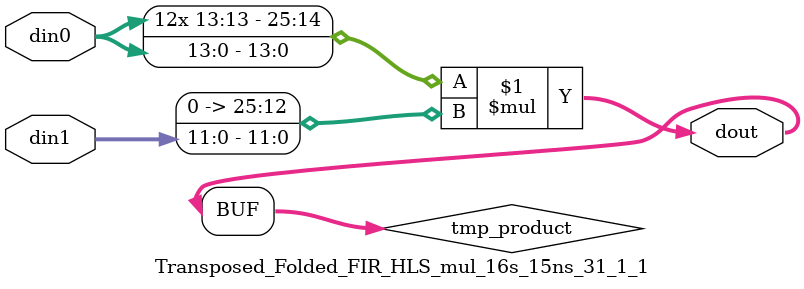
<source format=v>

`timescale 1 ns / 1 ps

 module Transposed_Folded_FIR_HLS_mul_16s_15ns_31_1_1(din0, din1, dout);
parameter ID = 1;
parameter NUM_STAGE = 0;
parameter din0_WIDTH = 14;
parameter din1_WIDTH = 12;
parameter dout_WIDTH = 26;

input [din0_WIDTH - 1 : 0] din0; 
input [din1_WIDTH - 1 : 0] din1; 
output [dout_WIDTH - 1 : 0] dout;

wire signed [dout_WIDTH - 1 : 0] tmp_product;


























assign tmp_product = $signed(din0) * $signed({1'b0, din1});









assign dout = tmp_product;





















endmodule

</source>
